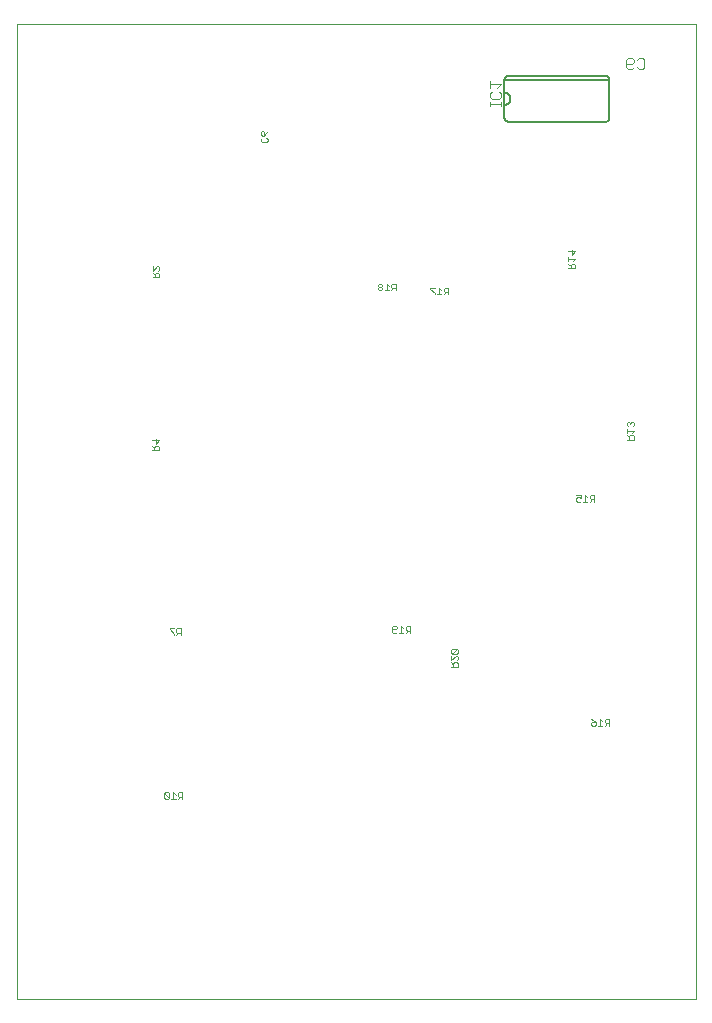
<source format=gbo>
G75*
%MOIN*%
%OFA0B0*%
%FSLAX25Y25*%
%IPPOS*%
%LPD*%
%AMOC8*
5,1,8,0,0,1.08239X$1,22.5*
%
%ADD10C,0.00000*%
%ADD11C,0.00200*%
%ADD12C,0.00300*%
%ADD13C,0.00600*%
%ADD14C,0.00400*%
D10*
X0001000Y0001000D02*
X0001000Y0325961D01*
X0227201Y0325961D01*
X0227201Y0001000D01*
X0001000Y0001000D01*
D11*
X0050535Y0067570D02*
X0050168Y0067937D01*
X0050168Y0069405D01*
X0051635Y0067937D01*
X0051269Y0067570D01*
X0050535Y0067570D01*
X0051635Y0067937D02*
X0051635Y0069405D01*
X0051269Y0069772D01*
X0050535Y0069772D01*
X0050168Y0069405D01*
X0052377Y0067570D02*
X0053845Y0067570D01*
X0053111Y0067570D02*
X0053111Y0069772D01*
X0053845Y0069038D01*
X0054587Y0069405D02*
X0054587Y0068671D01*
X0054954Y0068304D01*
X0056055Y0068304D01*
X0055321Y0068304D02*
X0054587Y0067570D01*
X0056055Y0067570D02*
X0056055Y0069772D01*
X0054954Y0069772D01*
X0054587Y0069405D01*
X0054104Y0122219D02*
X0054838Y0122952D01*
X0054471Y0122952D02*
X0055572Y0122952D01*
X0055572Y0122219D02*
X0055572Y0124420D01*
X0054471Y0124420D01*
X0054104Y0124053D01*
X0054104Y0123319D01*
X0054471Y0122952D01*
X0053362Y0122586D02*
X0053362Y0122219D01*
X0053362Y0122586D02*
X0051894Y0124053D01*
X0051894Y0124420D01*
X0053362Y0124420D01*
X0048277Y0183764D02*
X0046075Y0183764D01*
X0046809Y0183764D02*
X0046809Y0184865D01*
X0047176Y0185232D01*
X0047910Y0185232D01*
X0048277Y0184865D01*
X0048277Y0183764D01*
X0046809Y0184498D02*
X0046075Y0185232D01*
X0047176Y0185974D02*
X0047176Y0187442D01*
X0046075Y0187075D02*
X0048277Y0187075D01*
X0047176Y0185974D01*
X0046992Y0241436D02*
X0046992Y0242537D01*
X0047359Y0242904D01*
X0048093Y0242904D01*
X0048460Y0242537D01*
X0048460Y0241436D01*
X0046258Y0241436D01*
X0046992Y0242170D02*
X0046258Y0242904D01*
X0046258Y0243646D02*
X0047726Y0245114D01*
X0048093Y0245114D01*
X0048460Y0244747D01*
X0048460Y0244013D01*
X0048093Y0243646D01*
X0046258Y0243646D02*
X0046258Y0245114D01*
X0082678Y0286493D02*
X0082311Y0286860D01*
X0082311Y0287594D01*
X0082678Y0287961D01*
X0082678Y0288703D02*
X0082311Y0289070D01*
X0082311Y0289804D01*
X0082678Y0290171D01*
X0083045Y0290171D01*
X0083412Y0289804D01*
X0083412Y0288703D01*
X0082678Y0288703D01*
X0083412Y0288703D02*
X0084146Y0289437D01*
X0084513Y0290171D01*
X0084146Y0287961D02*
X0084513Y0287594D01*
X0084513Y0286860D01*
X0084146Y0286493D01*
X0082678Y0286493D01*
X0121683Y0239365D02*
X0121316Y0238998D01*
X0121316Y0238631D01*
X0121683Y0238264D01*
X0122417Y0238264D01*
X0122784Y0238631D01*
X0122784Y0238998D01*
X0122417Y0239365D01*
X0121683Y0239365D01*
X0121683Y0238264D02*
X0121316Y0237897D01*
X0121316Y0237530D01*
X0121683Y0237163D01*
X0122417Y0237163D01*
X0122784Y0237530D01*
X0122784Y0237897D01*
X0122417Y0238264D01*
X0123526Y0237163D02*
X0124994Y0237163D01*
X0124260Y0237163D02*
X0124260Y0239365D01*
X0124994Y0238631D01*
X0125735Y0238264D02*
X0126102Y0237897D01*
X0127203Y0237897D01*
X0126469Y0237897D02*
X0125735Y0237163D01*
X0125735Y0238264D02*
X0125735Y0238998D01*
X0126102Y0239365D01*
X0127203Y0239365D01*
X0127203Y0237163D01*
X0138788Y0237558D02*
X0140256Y0236090D01*
X0140256Y0235723D01*
X0140998Y0235723D02*
X0142466Y0235723D01*
X0141732Y0235723D02*
X0141732Y0237925D01*
X0142466Y0237191D01*
X0143208Y0237558D02*
X0143208Y0236824D01*
X0143575Y0236457D01*
X0144676Y0236457D01*
X0143942Y0236457D02*
X0143208Y0235723D01*
X0144676Y0235723D02*
X0144676Y0237925D01*
X0143575Y0237925D01*
X0143208Y0237558D01*
X0140256Y0237925D02*
X0138788Y0237925D01*
X0138788Y0237558D01*
X0184822Y0244528D02*
X0187024Y0244528D01*
X0187024Y0245629D01*
X0186657Y0245996D01*
X0185923Y0245996D01*
X0185556Y0245629D01*
X0185556Y0244528D01*
X0185556Y0245262D02*
X0184822Y0245996D01*
X0184822Y0246738D02*
X0184822Y0248206D01*
X0184822Y0247472D02*
X0187024Y0247472D01*
X0186290Y0246738D01*
X0185923Y0248948D02*
X0185923Y0250416D01*
X0184822Y0250049D02*
X0187024Y0250049D01*
X0185923Y0248948D01*
X0204746Y0193196D02*
X0204379Y0192829D01*
X0204379Y0192095D01*
X0204746Y0191728D01*
X0204379Y0190986D02*
X0204379Y0189519D01*
X0204379Y0190252D02*
X0206580Y0190252D01*
X0205847Y0189519D01*
X0206214Y0188777D02*
X0205480Y0188777D01*
X0205113Y0188410D01*
X0205113Y0187309D01*
X0205113Y0188043D02*
X0204379Y0188777D01*
X0204379Y0187309D02*
X0206580Y0187309D01*
X0206580Y0188410D01*
X0206214Y0188777D01*
X0206214Y0191728D02*
X0206580Y0192095D01*
X0206580Y0192829D01*
X0206214Y0193196D01*
X0205847Y0193196D01*
X0205480Y0192829D01*
X0205113Y0193196D01*
X0204746Y0193196D01*
X0205480Y0192829D02*
X0205480Y0192462D01*
X0193367Y0168865D02*
X0192266Y0168865D01*
X0191899Y0168498D01*
X0191899Y0167764D01*
X0192266Y0167397D01*
X0193367Y0167397D01*
X0193367Y0166663D02*
X0193367Y0168865D01*
X0192633Y0167397D02*
X0191899Y0166663D01*
X0191157Y0166663D02*
X0189689Y0166663D01*
X0190423Y0166663D02*
X0190423Y0168865D01*
X0191157Y0168131D01*
X0188947Y0167764D02*
X0188947Y0168865D01*
X0187479Y0168865D01*
X0187846Y0168131D02*
X0187479Y0167764D01*
X0187479Y0167030D01*
X0187846Y0166663D01*
X0188580Y0166663D01*
X0188947Y0167030D01*
X0188947Y0167764D02*
X0188213Y0168131D01*
X0187846Y0168131D01*
X0147544Y0117476D02*
X0146077Y0116008D01*
X0145710Y0116375D01*
X0145710Y0117109D01*
X0146077Y0117476D01*
X0147544Y0117476D01*
X0147911Y0117109D01*
X0147911Y0116375D01*
X0147544Y0116008D01*
X0146077Y0116008D01*
X0145710Y0115266D02*
X0145710Y0113798D01*
X0147177Y0115266D01*
X0147544Y0115266D01*
X0147911Y0114899D01*
X0147911Y0114165D01*
X0147544Y0113798D01*
X0147544Y0113057D02*
X0146810Y0113057D01*
X0146444Y0112690D01*
X0146444Y0111589D01*
X0146444Y0112323D02*
X0145710Y0113057D01*
X0145710Y0111589D02*
X0147911Y0111589D01*
X0147911Y0112690D01*
X0147544Y0113057D01*
X0132028Y0122951D02*
X0132028Y0125153D01*
X0130927Y0125153D01*
X0130560Y0124786D01*
X0130560Y0124052D01*
X0130927Y0123685D01*
X0132028Y0123685D01*
X0131294Y0123685D02*
X0130560Y0122951D01*
X0129818Y0122951D02*
X0128350Y0122951D01*
X0129084Y0122951D02*
X0129084Y0125153D01*
X0129818Y0124419D01*
X0127608Y0124419D02*
X0127241Y0124052D01*
X0126140Y0124052D01*
X0126140Y0123318D02*
X0126140Y0124786D01*
X0126507Y0125153D01*
X0127241Y0125153D01*
X0127608Y0124786D01*
X0127608Y0124419D01*
X0127608Y0123318D02*
X0127241Y0122951D01*
X0126507Y0122951D01*
X0126140Y0123318D01*
X0192427Y0094217D02*
X0193161Y0093850D01*
X0193895Y0093116D01*
X0192794Y0093116D01*
X0192427Y0092749D01*
X0192427Y0092382D01*
X0192794Y0092015D01*
X0193528Y0092015D01*
X0193895Y0092382D01*
X0193895Y0093116D01*
X0194637Y0092015D02*
X0196105Y0092015D01*
X0195371Y0092015D02*
X0195371Y0094217D01*
X0196105Y0093483D01*
X0196847Y0093116D02*
X0197214Y0092749D01*
X0198315Y0092749D01*
X0198315Y0092015D02*
X0198315Y0094217D01*
X0197214Y0094217D01*
X0196847Y0093850D01*
X0196847Y0093116D01*
X0197581Y0092749D02*
X0196847Y0092015D01*
D12*
X0204700Y0310790D02*
X0204094Y0311397D01*
X0204094Y0313823D01*
X0204700Y0314430D01*
X0205914Y0314430D01*
X0206520Y0313823D01*
X0206520Y0313217D01*
X0205914Y0312610D01*
X0204094Y0312610D01*
X0204700Y0310790D02*
X0205914Y0310790D01*
X0206520Y0311397D01*
X0207719Y0311397D02*
X0208325Y0310790D01*
X0209539Y0310790D01*
X0210145Y0311397D01*
X0210145Y0313823D01*
X0209539Y0314430D01*
X0208325Y0314430D01*
X0207719Y0313823D01*
D13*
X0198500Y0307300D02*
X0163500Y0307300D01*
X0163500Y0307200D02*
X0163500Y0303000D01*
X0163500Y0299000D01*
X0163500Y0294800D01*
X0163502Y0294724D01*
X0163508Y0294648D01*
X0163517Y0294573D01*
X0163531Y0294498D01*
X0163548Y0294424D01*
X0163569Y0294351D01*
X0163593Y0294279D01*
X0163622Y0294208D01*
X0163653Y0294139D01*
X0163688Y0294072D01*
X0163727Y0294007D01*
X0163769Y0293943D01*
X0163814Y0293882D01*
X0163862Y0293823D01*
X0163913Y0293767D01*
X0163967Y0293713D01*
X0164023Y0293662D01*
X0164082Y0293614D01*
X0164143Y0293569D01*
X0164207Y0293527D01*
X0164272Y0293488D01*
X0164339Y0293453D01*
X0164408Y0293422D01*
X0164479Y0293393D01*
X0164551Y0293369D01*
X0164624Y0293348D01*
X0164698Y0293331D01*
X0164773Y0293317D01*
X0164848Y0293308D01*
X0164924Y0293302D01*
X0165000Y0293300D01*
X0197000Y0293300D01*
X0197076Y0293302D01*
X0197152Y0293308D01*
X0197227Y0293317D01*
X0197302Y0293331D01*
X0197376Y0293348D01*
X0197449Y0293369D01*
X0197521Y0293393D01*
X0197592Y0293422D01*
X0197661Y0293453D01*
X0197728Y0293488D01*
X0197793Y0293527D01*
X0197857Y0293569D01*
X0197918Y0293614D01*
X0197977Y0293662D01*
X0198033Y0293713D01*
X0198087Y0293767D01*
X0198138Y0293823D01*
X0198186Y0293882D01*
X0198231Y0293943D01*
X0198273Y0294007D01*
X0198312Y0294072D01*
X0198347Y0294139D01*
X0198378Y0294208D01*
X0198407Y0294279D01*
X0198431Y0294351D01*
X0198452Y0294424D01*
X0198469Y0294498D01*
X0198483Y0294573D01*
X0198492Y0294648D01*
X0198498Y0294724D01*
X0198500Y0294800D01*
X0198500Y0307200D01*
X0198498Y0307276D01*
X0198492Y0307352D01*
X0198483Y0307427D01*
X0198469Y0307502D01*
X0198452Y0307576D01*
X0198431Y0307649D01*
X0198407Y0307721D01*
X0198378Y0307792D01*
X0198347Y0307861D01*
X0198312Y0307928D01*
X0198273Y0307993D01*
X0198231Y0308057D01*
X0198186Y0308118D01*
X0198138Y0308177D01*
X0198087Y0308233D01*
X0198033Y0308287D01*
X0197977Y0308338D01*
X0197918Y0308386D01*
X0197857Y0308431D01*
X0197793Y0308473D01*
X0197728Y0308512D01*
X0197661Y0308547D01*
X0197592Y0308578D01*
X0197521Y0308607D01*
X0197449Y0308631D01*
X0197376Y0308652D01*
X0197302Y0308669D01*
X0197227Y0308683D01*
X0197152Y0308692D01*
X0197076Y0308698D01*
X0197000Y0308700D01*
X0165000Y0308700D01*
X0164924Y0308698D01*
X0164848Y0308692D01*
X0164773Y0308683D01*
X0164698Y0308669D01*
X0164624Y0308652D01*
X0164551Y0308631D01*
X0164479Y0308607D01*
X0164408Y0308578D01*
X0164339Y0308547D01*
X0164272Y0308512D01*
X0164207Y0308473D01*
X0164143Y0308431D01*
X0164082Y0308386D01*
X0164023Y0308338D01*
X0163967Y0308287D01*
X0163913Y0308233D01*
X0163862Y0308177D01*
X0163814Y0308118D01*
X0163769Y0308057D01*
X0163727Y0307993D01*
X0163688Y0307928D01*
X0163653Y0307861D01*
X0163622Y0307792D01*
X0163593Y0307721D01*
X0163569Y0307649D01*
X0163548Y0307576D01*
X0163531Y0307502D01*
X0163517Y0307427D01*
X0163508Y0307352D01*
X0163502Y0307276D01*
X0163500Y0307200D01*
X0163500Y0303000D02*
X0163588Y0302998D01*
X0163677Y0302992D01*
X0163765Y0302982D01*
X0163852Y0302969D01*
X0163939Y0302951D01*
X0164025Y0302930D01*
X0164110Y0302905D01*
X0164193Y0302876D01*
X0164276Y0302843D01*
X0164356Y0302807D01*
X0164435Y0302768D01*
X0164513Y0302725D01*
X0164588Y0302678D01*
X0164661Y0302628D01*
X0164732Y0302575D01*
X0164801Y0302519D01*
X0164867Y0302460D01*
X0164930Y0302398D01*
X0164990Y0302334D01*
X0165048Y0302267D01*
X0165102Y0302197D01*
X0165154Y0302125D01*
X0165202Y0302051D01*
X0165247Y0301974D01*
X0165288Y0301896D01*
X0165326Y0301816D01*
X0165360Y0301735D01*
X0165391Y0301652D01*
X0165418Y0301567D01*
X0165441Y0301482D01*
X0165460Y0301396D01*
X0165476Y0301308D01*
X0165488Y0301221D01*
X0165496Y0301133D01*
X0165500Y0301044D01*
X0165500Y0300956D01*
X0165496Y0300867D01*
X0165488Y0300779D01*
X0165476Y0300692D01*
X0165460Y0300604D01*
X0165441Y0300518D01*
X0165418Y0300433D01*
X0165391Y0300348D01*
X0165360Y0300265D01*
X0165326Y0300184D01*
X0165288Y0300104D01*
X0165247Y0300026D01*
X0165202Y0299949D01*
X0165154Y0299875D01*
X0165102Y0299803D01*
X0165048Y0299733D01*
X0164990Y0299666D01*
X0164930Y0299602D01*
X0164867Y0299540D01*
X0164801Y0299481D01*
X0164732Y0299425D01*
X0164661Y0299372D01*
X0164588Y0299322D01*
X0164513Y0299275D01*
X0164435Y0299232D01*
X0164356Y0299193D01*
X0164276Y0299157D01*
X0164193Y0299124D01*
X0164110Y0299095D01*
X0164025Y0299070D01*
X0163939Y0299049D01*
X0163852Y0299031D01*
X0163765Y0299018D01*
X0163677Y0299008D01*
X0163588Y0299002D01*
X0163500Y0299000D01*
D14*
X0162303Y0299123D02*
X0158763Y0299123D01*
X0158763Y0298533D02*
X0158763Y0299713D01*
X0159353Y0300950D02*
X0158763Y0301540D01*
X0158763Y0302720D01*
X0159353Y0303310D01*
X0158763Y0304575D02*
X0158763Y0306935D01*
X0158763Y0305755D02*
X0162303Y0305755D01*
X0161123Y0304575D01*
X0161713Y0303310D02*
X0162303Y0302720D01*
X0162303Y0301540D01*
X0161713Y0300950D01*
X0159353Y0300950D01*
X0162303Y0299713D02*
X0162303Y0298533D01*
M02*

</source>
